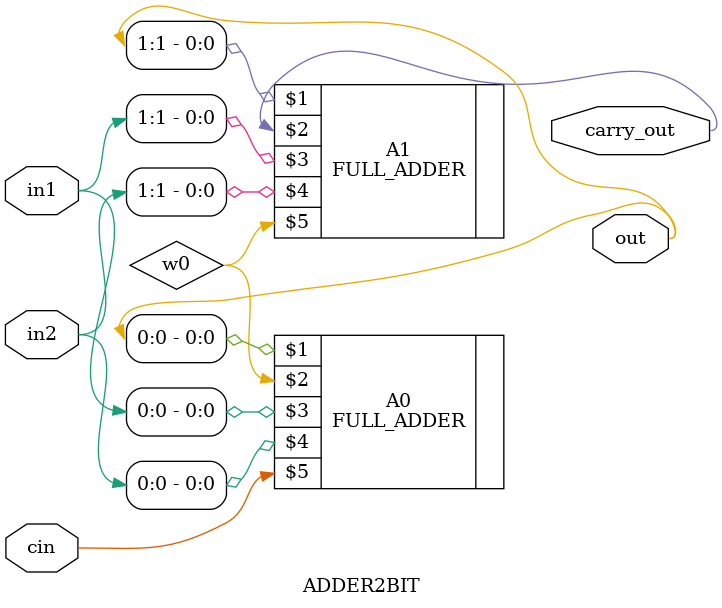
<source format=v>
`timescale 1ns / 1ps


module ADDER2BIT(out,carry_out,in1,in2,cin);
    input [1:0] in1,in2;
    input cin;
    output [1:0] out;
    output carry_out;
    
    wire w0;
    
    FULL_ADDER A0(out[0],w0,in1[0],in2[0],cin);
    FULL_ADDER A1(out[1],carry_out,in1[1],in2[1],w0);
endmodule

</source>
